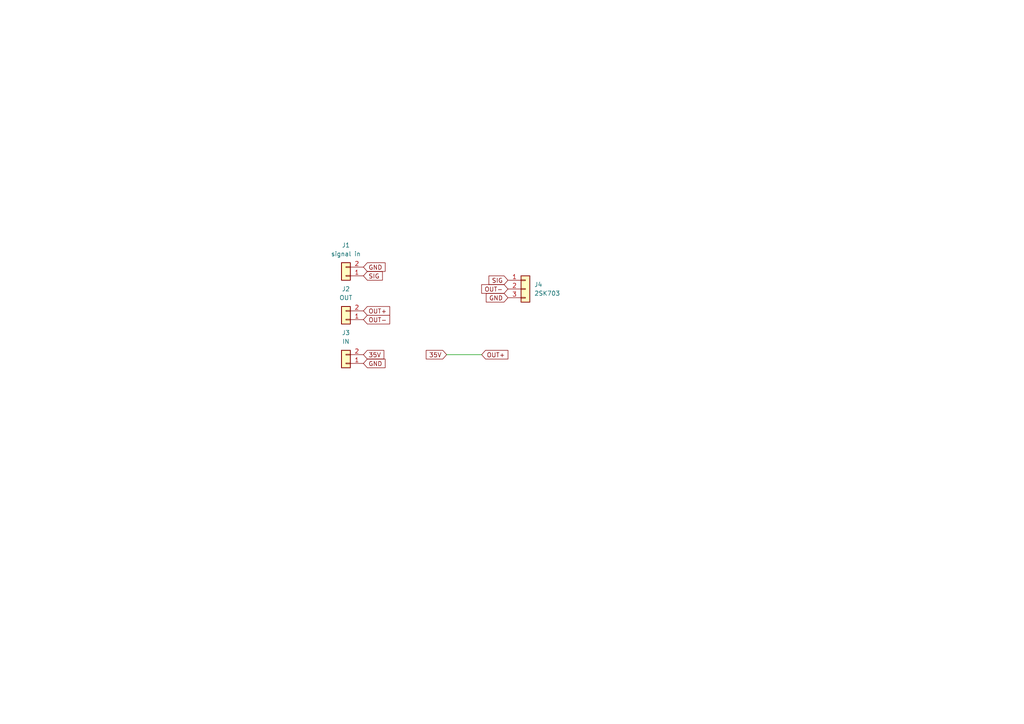
<source format=kicad_sch>
(kicad_sch (version 20211123) (generator eeschema)
  (paper "A4")
  (lib_symbols
    (symbol "Connector_Generic:Conn_01x02" (pin_names (offset 1.016) hide)
      (property "Reference" "J" (at 0 2.54 0))
      (property "Value" "Conn_01x02" (at 0 -5.08 0))
      (symbol "Conn_01x02_1_1"
        (rectangle (start -1.27 -2.413) (end 0 -2.667) (stroke (width 0.1524)))
        (rectangle (start -1.27 0.127) (end 0 -0.127) (stroke (width 0.1524)))
        (rectangle (start -1.27 1.27) (end 1.27 -3.81) (stroke (width 0.254)) (fill (type background)))
        (pin passive line (at -5.08 0 0) (length 3.81) (name "Pin_1") (number "1"))
        (pin passive line (at -5.08 -2.54 0) (length 3.81) (name "Pin_2") (number "2"))
      )
    )
    (symbol "Connector_Generic:Conn_01x03" (pin_names (offset 1.016) hide)
      (property "Reference" "J" (at 0 5.08 0))
      (property "Value" "Conn_01x03" (at 0 -5.08 0))
      (symbol "Conn_01x03_1_1"
        (rectangle (start -1.27 -2.413) (end 0 -2.667) (stroke (width 0.1524)))
        (rectangle (start -1.27 0.127) (end 0 -0.127) (stroke (width 0.1524)))
        (rectangle (start -1.27 2.667) (end 0 2.413) (stroke (width 0.1524)))
        (rectangle (start -1.27 3.81) (end 1.27 -3.81) (stroke (width 0.254)) (fill (type background)))
        (pin passive line (at -5.08 2.54 0) (length 3.81) (name "Pin_1") (number "1"))
        (pin passive line (at -5.08 0 0) (length 3.81) (name "Pin_2") (number "2"))
        (pin passive line (at -5.08 -2.54 0) (length 3.81) (name "Pin_3") (number "3"))
      )
    )
  )
  (wire (pts (xy 129.54 102.87) (xy 139.7 102.87)))
  (global_label "OUT+" (shape input) (at 139.7 102.87 0) (property "シート間のリファレンス" "${INTERSHEET_REFS}" (effects hide)))
  (global_label "GND" (shape input) (at 105.41 77.47 0) (property "シート間のリファレンス" "${INTERSHEET_REFS}" (effects hide)))
  (global_label "GND" (shape input) (at 147.32 86.36 180) (property "シート間のリファレンス" "${INTERSHEET_REFS}" (effects hide)))
  (global_label "GND" (shape input) (at 105.41 105.41 0) (property "シート間のリファレンス" "${INTERSHEET_REFS}" (effects hide)))
  (global_label "35V" (shape input) (at 129.54 102.87 180) (property "シート間のリファレンス" "${INTERSHEET_REFS}" (effects hide)))
  (global_label "35V" (shape input) (at 105.41 102.87 0) (property "シート間のリファレンス" "${INTERSHEET_REFS}" (effects hide)))
  (global_label "SIG" (shape input) (at 105.41 80.01 0) (property "シート間のリファレンス" "${INTERSHEET_REFS}" (effects hide)))
  (global_label "OUT-" (shape input) (at 147.32 83.82 180) (property "シート間のリファレンス" "${INTERSHEET_REFS}" (effects hide)))
  (global_label "SIG" (shape input) (at 147.32 81.28 180) (property "シート間のリファレンス" "${INTERSHEET_REFS}" (effects hide)))
  (global_label "OUT-" (shape input) (at 105.41 92.71 0) (property "シート間のリファレンス" "${INTERSHEET_REFS}" (effects hide)))
  (global_label "OUT+" (shape input) (at 105.41 90.17 0) (property "シート間のリファレンス" "${INTERSHEET_REFS}" (effects hide)))
  (symbol (lib_id "Connector_Generic:Conn_01x03") (at 152.4 83.82 0) (unit 1)
    (property "Reference" "J4" (at 154.94 82.5499 0) (effects (justify left)))
    (property "Value" "2SK703" (at 154.94 85.0899 0) (effects (justify left)))
    (property "Footprint" "Connector_PinSocket_2.54mm:PinSocket_1x03_P2.54mm_Vertical" (effects hide))
  )
  (symbol (lib_id "Connector_Generic:Conn_01x02") (at 100.33 80.01 180) (unit 1)
    (property "Reference" "J1" (at 100.33 71.12 0))
    (property "Value" "signal in" (at 100.33 73.66 0))
    (property "Footprint" "Connector_JST:JST_XH_S2B-XH-A_1x02_P2.50mm_Horizontal" (effects hide))
  )
  (symbol (lib_id "Connector_Generic:Conn_01x02") (at 100.33 92.71 180) (unit 1)
    (property "Reference" "J2" (at 100.33 83.82 0))
    (property "Value" "OUT" (at 100.33 86.36 0))
    (property "Footprint" "Connector_JST:JST_VH_B2PS-VH_1x02_P3.96mm_Horizontal" (effects hide))
  )
  (symbol (lib_id "Connector_Generic:Conn_01x02") (at 100.33 105.41 180) (unit 1)
    (property "Reference" "J3" (at 100.33 96.52 0))
    (property "Value" "IN" (at 100.33 99.06 0))
    (property "Footprint" "Connector_JST:JST_VH_B2PS-VH_1x02_P3.96mm_Horizontal" (effects hide))
  )
)
</source>
